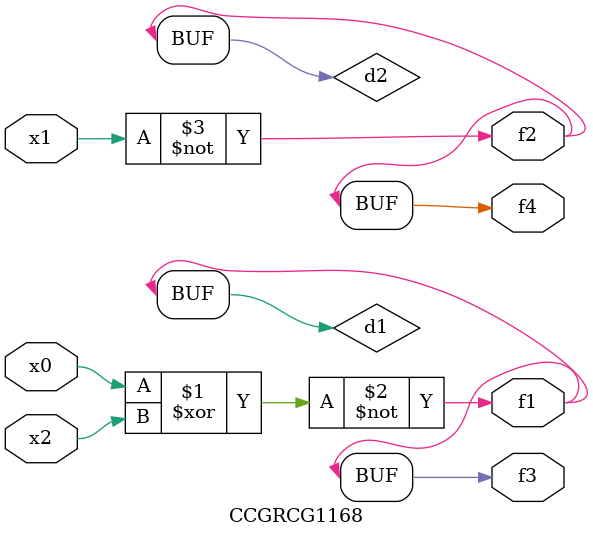
<source format=v>
module CCGRCG1168(
	input x0, x1, x2,
	output f1, f2, f3, f4
);

	wire d1, d2, d3;

	xnor (d1, x0, x2);
	nand (d2, x1);
	nor (d3, x1, x2);
	assign f1 = d1;
	assign f2 = d2;
	assign f3 = d1;
	assign f4 = d2;
endmodule

</source>
